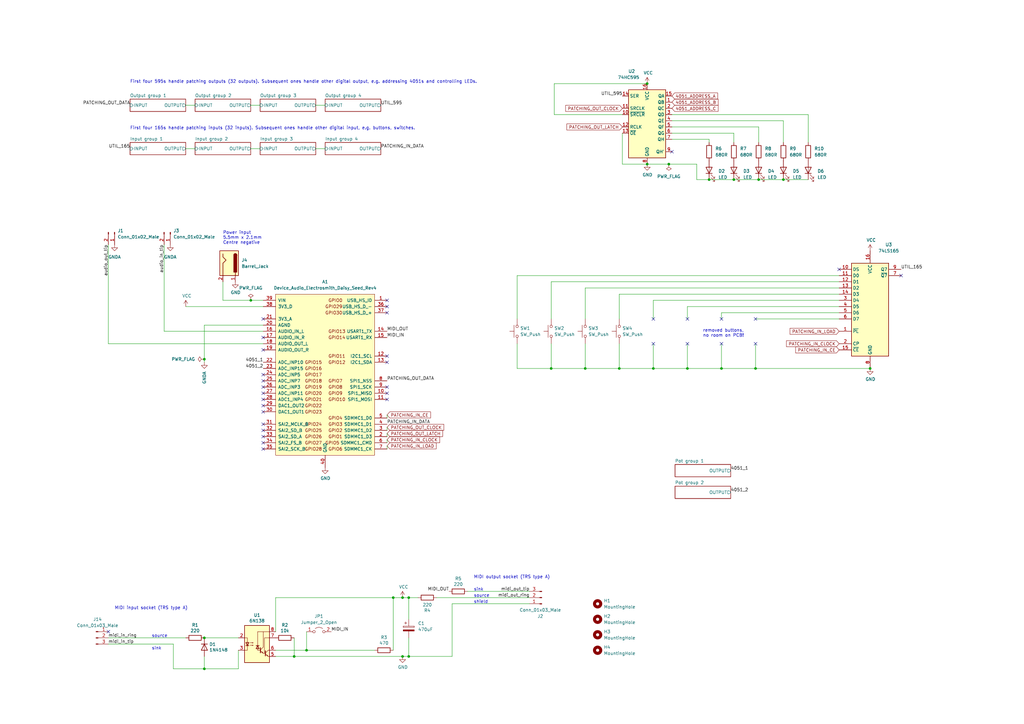
<source format=kicad_sch>
(kicad_sch (version 20211123) (generator eeschema)
  (paper "A3")
  (lib_symbols
    (symbol "74xx:74HC595"
      (property "Reference" "U" (at -7.62 13.97 0))
      (property "Value" "74HC595" (at -7.62 -16.51 0))
      (symbol "74HC595_1_0"
        (pin tri_state line (at 10.16 7.62 180) (length 2.54) (name "QB") (number "1"))
        (pin input line (at -10.16 2.54 0) (length 2.54) (name "~{SRCLR}") (number "10"))
        (pin input line (at -10.16 5.08 0) (length 2.54) (name "SRCLK") (number "11"))
        (pin input line (at -10.16 -2.54 0) (length 2.54) (name "RCLK") (number "12"))
        (pin input line (at -10.16 -5.08 0) (length 2.54) (name "~{OE}") (number "13"))
        (pin input line (at -10.16 10.16 0) (length 2.54) (name "SER") (number "14"))
        (pin tri_state line (at 10.16 10.16 180) (length 2.54) (name "QA") (number "15"))
        (pin power_in line (at 0 15.24 270) (length 2.54) (name "VCC") (number "16"))
        (pin tri_state line (at 10.16 5.08 180) (length 2.54) (name "QC") (number "2"))
        (pin tri_state line (at 10.16 2.54 180) (length 2.54) (name "QD") (number "3"))
        (pin tri_state line (at 10.16 0 180) (length 2.54) (name "QE") (number "4"))
        (pin tri_state line (at 10.16 -2.54 180) (length 2.54) (name "QF") (number "5"))
        (pin tri_state line (at 10.16 -5.08 180) (length 2.54) (name "QG") (number "6"))
        (pin tri_state line (at 10.16 -7.62 180) (length 2.54) (name "QH") (number "7"))
        (pin power_in line (at 0 -17.78 90) (length 2.54) (name "GND") (number "8"))
        (pin output line (at 10.16 -12.7 180) (length 2.54) (name "QH'") (number "9"))
      )
      (symbol "74HC595_1_1"
        (rectangle (start -7.62 12.7) (end 7.62 -15.24) (stroke (width 0.254)) (fill (type background)))
      )
    )
    (symbol "74xx:74LS165"
      (property "Reference" "U" (at -7.62 19.05 0))
      (property "Value" "74LS165" (at -7.62 -21.59 0))
      (symbol "74LS165_1_0"
        (pin input line (at -12.7 -10.16 0) (length 5.08) (name "~{PL}") (number "1"))
        (pin input line (at -12.7 15.24 0) (length 5.08) (name "DS") (number "10"))
        (pin input line (at -12.7 12.7 0) (length 5.08) (name "D0") (number "11"))
        (pin input line (at -12.7 10.16 0) (length 5.08) (name "D1") (number "12"))
        (pin input line (at -12.7 7.62 0) (length 5.08) (name "D2") (number "13"))
        (pin input line (at -12.7 5.08 0) (length 5.08) (name "D3") (number "14"))
        (pin input line (at -12.7 -17.78 0) (length 5.08) (name "~{CE}") (number "15"))
        (pin power_in line (at 0 22.86 270) (length 5.08) (name "VCC") (number "16"))
        (pin input line (at -12.7 -15.24 0) (length 5.08) (name "CP") (number "2"))
        (pin input line (at -12.7 2.54 0) (length 5.08) (name "D4") (number "3"))
        (pin input line (at -12.7 0 0) (length 5.08) (name "D5") (number "4"))
        (pin input line (at -12.7 -2.54 0) (length 5.08) (name "D6") (number "5"))
        (pin input line (at -12.7 -5.08 0) (length 5.08) (name "D7") (number "6"))
        (pin output line (at 12.7 12.7 180) (length 5.08) (name "~{Q7}") (number "7"))
        (pin power_in line (at 0 -25.4 90) (length 5.08) (name "GND") (number "8"))
        (pin output line (at 12.7 15.24 180) (length 5.08) (name "Q7") (number "9"))
      )
      (symbol "74LS165_1_1"
        (rectangle (start -7.62 17.78) (end 7.62 -20.32) (stroke (width 0.254)) (fill (type background)))
      )
    )
    (symbol "Connector:Barrel_Jack" (pin_names (offset 1.016))
      (property "Reference" "J" (at 0 5.334 0))
      (property "Value" "Barrel_Jack" (at 0 -5.08 0))
      (symbol "Barrel_Jack_0_1"
        (rectangle (start -5.08 3.81) (end 5.08 -3.81) (stroke (width 0.254)) (fill (type background)))
        (arc (start -3.302 3.175) (mid -3.937 2.54) (end -3.302 1.905) (stroke (width 0.254)))
        (arc (start -3.302 3.175) (mid -3.937 2.54) (end -3.302 1.905) (stroke (width 0.254)) (fill (type outline)))
        (polyline (pts (xy 5.08 2.54) (xy 3.81 2.54)) (stroke (width 0.254)))
        (polyline (pts (xy -3.81 -2.54) (xy -2.54 -2.54) (xy -1.27 -1.27) (xy 0 -2.54) (xy 2.54 -2.54) (xy 5.08 -2.54)) (stroke (width 0.254)))
        (rectangle (start 3.683 3.175) (end -3.302 1.905) (stroke (width 0.254)) (fill (type outline)))
      )
      (symbol "Barrel_Jack_1_1"
        (pin passive line (at 7.62 2.54 180) (length 2.54) (name "~") (number "1"))
        (pin passive line (at 7.62 -2.54 180) (length 2.54) (name "~") (number "2"))
      )
    )
    (symbol "Connector:Conn_01x02_Male" (pin_names (offset 1.016) hide)
      (property "Reference" "J" (at 0 2.54 0))
      (property "Value" "Conn_01x02_Male" (at 0 -5.08 0))
      (symbol "Conn_01x02_Male_1_1"
        (polyline (pts (xy 1.27 -2.54) (xy 0.8636 -2.54)) (stroke (width 0.1524)))
        (polyline (pts (xy 1.27 0) (xy 0.8636 0)) (stroke (width 0.1524)))
        (rectangle (start 0.8636 -2.413) (end 0 -2.667) (stroke (width 0.1524)) (fill (type outline)))
        (rectangle (start 0.8636 0.127) (end 0 -0.127) (stroke (width 0.1524)) (fill (type outline)))
        (pin passive line (at 5.08 0 180) (length 3.81) (name "Pin_1") (number "1"))
        (pin passive line (at 5.08 -2.54 180) (length 3.81) (name "Pin_2") (number "2"))
      )
    )
    (symbol "Connector:Conn_01x03_Male" (pin_names (offset 1.016) hide)
      (property "Reference" "J" (at 0 5.08 0))
      (property "Value" "Conn_01x03_Male" (at 0 -5.08 0))
      (symbol "Conn_01x03_Male_1_1"
        (polyline (pts (xy 1.27 -2.54) (xy 0.8636 -2.54)) (stroke (width 0.1524)))
        (polyline (pts (xy 1.27 0) (xy 0.8636 0)) (stroke (width 0.1524)))
        (polyline (pts (xy 1.27 2.54) (xy 0.8636 2.54)) (stroke (width 0.1524)))
        (rectangle (start 0.8636 -2.413) (end 0 -2.667) (stroke (width 0.1524)) (fill (type outline)))
        (rectangle (start 0.8636 0.127) (end 0 -0.127) (stroke (width 0.1524)) (fill (type outline)))
        (rectangle (start 0.8636 2.667) (end 0 2.413) (stroke (width 0.1524)) (fill (type outline)))
        (pin passive line (at 5.08 2.54 180) (length 3.81) (name "Pin_1") (number "1"))
        (pin passive line (at 5.08 0 180) (length 3.81) (name "Pin_2") (number "2"))
        (pin passive line (at 5.08 -2.54 180) (length 3.81) (name "Pin_3") (number "3"))
      )
    )
    (symbol "Device:C_Polarized" (pin_numbers hide) (pin_names (offset 0.254))
      (property "Reference" "C" (at 0.635 2.54 0))
      (property "Value" "C_Polarized" (at 0.635 -2.54 0))
      (symbol "C_Polarized_0_1"
        (rectangle (start -2.286 0.508) (end 2.286 1.016))
        (polyline (pts (xy -1.778 2.286) (xy -0.762 2.286)))
        (polyline (pts (xy -1.27 2.794) (xy -1.27 1.778)))
        (rectangle (start 2.286 -0.508) (end -2.286 -1.016) (fill (type outline)))
      )
      (symbol "C_Polarized_1_1"
        (pin passive line (at 0 3.81 270) (length 2.794) (name "~") (number "1"))
        (pin passive line (at 0 -3.81 90) (length 2.794) (name "~") (number "2"))
      )
    )
    (symbol "Device:LED" (pin_numbers hide) (pin_names (offset 1.016) hide)
      (property "Reference" "D" (at 0 2.54 0))
      (property "Value" "LED" (at 0 -2.54 0))
      (symbol "LED_0_1"
        (polyline (pts (xy -1.27 -1.27) (xy -1.27 1.27)) (stroke (width 0.254)))
        (polyline (pts (xy -1.27 0) (xy 1.27 0)))
        (polyline (pts (xy 1.27 -1.27) (xy 1.27 1.27) (xy -1.27 0) (xy 1.27 -1.27)) (stroke (width 0.254)))
        (polyline (pts (xy -3.048 -0.762) (xy -4.572 -2.286) (xy -3.81 -2.286) (xy -4.572 -2.286) (xy -4.572 -1.524)))
        (polyline (pts (xy -1.778 -0.762) (xy -3.302 -2.286) (xy -2.54 -2.286) (xy -3.302 -2.286) (xy -3.302 -1.524)))
      )
      (symbol "LED_1_1"
        (pin passive line (at -3.81 0 0) (length 2.54) (name "K") (number "1"))
        (pin passive line (at 3.81 0 180) (length 2.54) (name "A") (number "2"))
      )
    )
    (symbol "Device:R" (pin_numbers hide) (pin_names (offset 0))
      (property "Reference" "R" (at 2.032 0 90))
      (property "Value" "R" (at 0 0 90))
      (symbol "R_0_1"
        (rectangle (start -1.016 -2.54) (end 1.016 2.54) (stroke (width 0.254)))
      )
      (symbol "R_1_1"
        (pin passive line (at 0 3.81 270) (length 1.27) (name "~") (number "1"))
        (pin passive line (at 0 -3.81 90) (length 1.27) (name "~") (number "2"))
      )
    )
    (symbol "Device_Audio_Electrosmith_Daisy_Seed:Device_Audio_Electrosmith_Daisy_Seed_Rev4" (pin_names (offset 1.016))
      (property "Reference" "A" (at -20.32 34.29 0))
      (property "Value" "Device_Audio_Electrosmith_Daisy_Seed_Rev4" (at 20.32 36.83 0))
      (symbol "Device_Audio_Electrosmith_Daisy_Seed_Rev4_0_0"
        (text "GPIO0" (at 1.27 30.48 0) (effects (font (size 1.27 1.27)) (justify left)))
        (text "GPIO1" (at 1.27 -25.4 0) (effects (font (size 1.27 1.27)) (justify left)))
        (text "GPIO10" (at 1.27 -10.16 0) (effects (font (size 1.27 1.27)) (justify left)))
        (text "GPIO11" (at 1.27 7.62 0) (effects (font (size 1.27 1.27)) (justify left)))
        (text "GPIO12" (at 1.27 5.08 0) (effects (font (size 1.27 1.27)) (justify left)))
        (text "GPIO13" (at 1.27 17.78 0) (effects (font (size 1.27 1.27)) (justify left)))
        (text "GPIO14" (at 1.27 15.24 0) (effects (font (size 1.27 1.27)) (justify left)))
        (text "GPIO15" (at -1.27 5.08 0) (effects (font (size 1.27 1.27)) (justify right)))
        (text "GPIO16" (at -1.27 2.54 0) (effects (font (size 1.27 1.27)) (justify right)))
        (text "GPIO17" (at -1.27 0 0) (effects (font (size 1.27 1.27)) (justify right)))
        (text "GPIO18" (at -1.27 -2.54 0) (effects (font (size 1.27 1.27)) (justify right)))
        (text "GPIO19" (at -1.27 -5.08 0) (effects (font (size 1.27 1.27)) (justify right)))
        (text "GPIO2" (at 1.27 -22.86 0) (effects (font (size 1.27 1.27)) (justify left)))
        (text "GPIO20" (at -1.27 -7.62 0) (effects (font (size 1.27 1.27)) (justify right)))
        (text "GPIO21" (at -1.27 -10.16 0) (effects (font (size 1.27 1.27)) (justify right)))
        (text "GPIO22" (at -1.27 -12.7 0) (effects (font (size 1.27 1.27)) (justify right)))
        (text "GPIO23" (at -1.27 -15.24 0) (effects (font (size 1.27 1.27)) (justify right)))
        (text "GPIO24" (at -1.27 -20.32 0) (effects (font (size 1.27 1.27)) (justify right)))
        (text "GPIO25" (at -1.27 -22.86 0) (effects (font (size 1.27 1.27)) (justify right)))
        (text "GPIO26" (at -1.27 -25.4 0) (effects (font (size 1.27 1.27)) (justify right)))
        (text "GPIO27" (at -1.27 -27.94 0) (effects (font (size 1.27 1.27)) (justify right)))
        (text "GPIO28" (at -1.27 -30.48 0) (effects (font (size 1.27 1.27)) (justify right)))
        (text "GPIO29" (at 0 27.94 0) (effects (font (size 1.27 1.27)) (justify left)))
        (text "GPIO3" (at 1.27 -20.32 0) (effects (font (size 1.27 1.27)) (justify left)))
        (text "GPIO30" (at 0 25.4 0) (effects (font (size 1.27 1.27)) (justify left)))
        (text "GPIO4" (at 1.27 -17.78 0) (effects (font (size 1.27 1.27)) (justify left)))
        (text "GPIO5" (at 0 -27.94 0) (effects (font (size 1.27 1.27)) (justify left)))
        (text "GPIO6" (at 1.27 -30.48 0) (effects (font (size 1.27 1.27)) (justify left)))
        (text "GPIO7" (at 1.27 -2.54 0) (effects (font (size 1.27 1.27)) (justify left)))
        (text "GPIO8" (at 1.27 -5.08 0) (effects (font (size 1.27 1.27)) (justify left)))
        (text "GPIO9" (at 1.27 -7.62 0) (effects (font (size 1.27 1.27)) (justify left)))
        (pin bidirectional line (at 25.4 30.48 180) (length 5.08) (name "USB_HS_ID") (number "1"))
        (pin bidirectional line (at 25.4 -7.62 180) (length 5.08) (name "SPI1_MISO") (number "10"))
        (pin bidirectional line (at 25.4 -10.16 180) (length 5.08) (name "SPI1_MOSI") (number "11"))
        (pin bidirectional line (at 25.4 7.62 180) (length 5.08) (name "I2C1_SCL") (number "12"))
        (pin bidirectional line (at 25.4 5.08 180) (length 5.08) (name "I2C1_SDA") (number "13"))
        (pin bidirectional line (at 25.4 17.78 180) (length 5.08) (name "USART1_TX") (number "14"))
        (pin bidirectional line (at 25.4 15.24 180) (length 5.08) (name "USART1_RX") (number "15"))
        (pin input line (at -25.4 17.78 0) (length 5.08) (name "AUDIO_IN_L") (number "16"))
        (pin input line (at -25.4 15.24 0) (length 5.08) (name "AUDIO_IN_R") (number "17"))
        (pin output line (at -25.4 12.7 0) (length 5.08) (name "AUDIO_OUT_L") (number "18"))
        (pin output line (at -25.4 10.16 0) (length 5.08) (name "AUDIO_OUT_R") (number "19"))
        (pin bidirectional line (at 25.4 -25.4 180) (length 5.08) (name "SDMMC1_D3") (number "2"))
        (pin passive line (at -25.4 20.32 0) (length 5.08) (name "AGND") (number "20"))
        (pin power_out line (at -25.4 22.86 0) (length 5.08) (name "3V3_A") (number "21"))
        (pin bidirectional line (at -25.4 5.08 0) (length 5.08) (name "ADC_INP10") (number "22"))
        (pin bidirectional line (at -25.4 2.54 0) (length 5.08) (name "ADC_INP15") (number "23"))
        (pin bidirectional line (at -25.4 0 0) (length 5.08) (name "ADC_INP5") (number "24"))
        (pin bidirectional line (at -25.4 -2.54 0) (length 5.08) (name "ADC_INP7") (number "25"))
        (pin bidirectional line (at -25.4 -5.08 0) (length 5.08) (name "ADC_INP3") (number "26"))
        (pin bidirectional line (at -25.4 -7.62 0) (length 5.08) (name "ADC_INP11") (number "27"))
        (pin bidirectional line (at -25.4 -10.16 0) (length 5.08) (name "ADC1_INP4") (number "28"))
        (pin bidirectional line (at -25.4 -12.7 0) (length 5.08) (name "DAC1_OUT2") (number "29"))
        (pin bidirectional line (at 25.4 -22.86 180) (length 5.08) (name "SDMMC1_D2") (number "3"))
        (pin bidirectional line (at -25.4 -15.24 0) (length 5.08) (name "DAC1_OUT1") (number "30"))
        (pin bidirectional line (at -25.4 -20.32 0) (length 5.08) (name "SAI2_MCLK_B") (number "31"))
        (pin bidirectional line (at -25.4 -22.86 0) (length 5.08) (name "SAI2_SD_B") (number "32"))
        (pin bidirectional line (at -25.4 -25.4 0) (length 5.08) (name "SAI2_SD_A") (number "33"))
        (pin bidirectional line (at -25.4 -27.94 0) (length 5.08) (name "SAI2_FS_B") (number "34"))
        (pin bidirectional line (at -25.4 -30.48 0) (length 5.08) (name "SAI2_SCK_B") (number "35"))
        (pin bidirectional line (at 25.4 27.94 180) (length 5.08) (name "USB_HS_D_-") (number "36"))
        (pin bidirectional line (at 25.4 25.4 180) (length 5.08) (name "USB_HS_D_+") (number "37"))
        (pin power_out line (at -25.4 27.94 0) (length 5.08) (name "3V3_D") (number "38"))
        (pin power_in line (at -25.4 30.48 0) (length 5.08) (name "VIN") (number "39"))
        (pin bidirectional line (at 25.4 -20.32 180) (length 5.08) (name "SDMMC1_D1") (number "4"))
        (pin passive line (at 0 -38.1 90) (length 5.08) (name "GND") (number "40"))
        (pin bidirectional line (at 25.4 -17.78 180) (length 5.08) (name "SDMMC1_D0") (number "5"))
        (pin bidirectional line (at 25.4 -27.94 180) (length 5.08) (name "SDMMC1_CMD") (number "6"))
        (pin bidirectional line (at 25.4 -30.48 180) (length 5.08) (name "SDMMC1_CK") (number "7"))
        (pin bidirectional line (at 25.4 -2.54 180) (length 5.08) (name "SPI1_NSS") (number "8"))
        (pin bidirectional line (at 25.4 -5.08 180) (length 5.08) (name "SPI1_SCK") (number "9"))
      )
      (symbol "Device_Audio_Electrosmith_Daisy_Seed_Rev4_0_1"
        (rectangle (start -20.32 33.02) (end 20.32 -33.02) (fill (type background)))
      )
    )
    (symbol "Diode:1N4148" (pin_numbers hide) (pin_names (offset 1.016) hide)
      (property "Reference" "D" (at 0 2.54 0))
      (property "Value" "1N4148" (at 0 -2.54 0))
      (symbol "1N4148_0_1"
        (polyline (pts (xy -1.27 1.27) (xy -1.27 -1.27)) (stroke (width 0.254)))
        (polyline (pts (xy 1.27 0) (xy -1.27 0)))
        (polyline (pts (xy 1.27 1.27) (xy 1.27 -1.27) (xy -1.27 0) (xy 1.27 1.27)) (stroke (width 0.254)))
      )
      (symbol "1N4148_1_1"
        (pin passive line (at -3.81 0 0) (length 2.54) (name "K") (number "1"))
        (pin passive line (at 3.81 0 180) (length 2.54) (name "A") (number "2"))
      )
    )
    (symbol "Isolator:6N138" (pin_names (offset 1.016) hide)
      (property "Reference" "U" (at -4.064 8.89 0))
      (property "Value" "6N138" (at 2.286 8.89 0))
      (symbol "6N138_0_1"
        (rectangle (start -5.08 7.62) (end 5.08 -7.62) (stroke (width 0.254)) (fill (type background)))
        (polyline (pts (xy -4.572 -0.635) (xy -3.302 -0.635)) (stroke (width 0.254)))
        (polyline (pts (xy 0.889 -0.635) (xy -0.381 -0.635)) (stroke (width 0.254)))
        (polyline (pts (xy 1.397 -2.667) (xy 2.54 -3.81)))
        (polyline (pts (xy 1.397 -2.413) (xy 2.54 -1.27)))
        (polyline (pts (xy 2.54 -3.81) (xy 3.175 -3.81)))
        (polyline (pts (xy 3.429 -3.937) (xy 4.572 -5.08)))
        (polyline (pts (xy 3.429 -3.683) (xy 4.572 -2.54)))
        (polyline (pts (xy 4.572 -5.08) (xy 5.08 -5.08)))
        (polyline (pts (xy 4.572 -2.54) (xy 5.08 -2.54)))
        (polyline (pts (xy 1.397 -1.524) (xy 1.397 -3.556) (xy 1.397 -3.556)) (stroke (width 0.3556)))
        (polyline (pts (xy 2.54 -1.27) (xy 2.54 5.08) (xy 5.08 5.08)))
        (polyline (pts (xy 3.429 -2.794) (xy 3.429 -4.826) (xy 3.429 -4.826)) (stroke (width 0.3556)))
        (polyline (pts (xy 5.08 2.54) (xy 3.048 2.54) (xy 3.048 -3.81)))
        (polyline (pts (xy -5.08 -2.54) (xy -3.937 -2.54) (xy -3.937 2.54) (xy -5.08 2.54)))
        (polyline (pts (xy -3.937 -0.635) (xy -4.572 0.635) (xy -3.302 0.635) (xy -3.937 -0.635)) (stroke (width 0.254)))
        (polyline (pts (xy 0.254 -0.635) (xy 0.889 -1.905) (xy -0.381 -1.905) (xy 0.254 -0.635)) (stroke (width 0.254)))
        (polyline (pts (xy 1.27 -2.54) (xy 0.254 -2.54) (xy 0.254 5.08) (xy 2.54 5.08)))
        (polyline (pts (xy 2.413 -3.683) (xy 2.159 -3.175) (xy 1.905 -3.429) (xy 2.413 -3.683)))
        (polyline (pts (xy 4.445 -4.953) (xy 4.191 -4.445) (xy 3.937 -4.699) (xy 4.445 -4.953)))
        (polyline (pts (xy -2.794 -0.508) (xy -1.524 -0.508) (xy -1.905 -0.635) (xy -1.905 -0.381) (xy -1.524 -0.508)))
        (polyline (pts (xy -2.794 0.508) (xy -1.524 0.508) (xy -1.905 0.381) (xy -1.905 0.635) (xy -1.524 0.508)))
      )
      (symbol "6N138_1_1"
        (pin no_connect line (at -5.08 5.08 0) (length 2.54) hide (name "NC") (number "1"))
        (pin passive line (at -7.62 2.54 0) (length 2.54) (name "C1") (number "2"))
        (pin passive line (at -7.62 -2.54 0) (length 2.54) (name "C2") (number "3"))
        (pin no_connect line (at -5.08 -5.08 0) (length 2.54) hide (name "NC") (number "4"))
        (pin passive line (at 7.62 -5.08 180) (length 2.54) (name "GND") (number "5"))
        (pin passive line (at 7.62 -2.54 180) (length 2.54) (name "VO2") (number "6"))
        (pin passive line (at 7.62 2.54 180) (length 2.54) (name "VO1") (number "7"))
        (pin passive line (at 7.62 5.08 180) (length 2.54) (name "VCC") (number "8"))
      )
    )
    (symbol "Jumper:Jumper_2_Open" (pin_names (offset 0) hide)
      (property "Reference" "JP" (at 0 2.794 0))
      (property "Value" "Jumper_2_Open" (at 0 -2.286 0))
      (symbol "Jumper_2_Open_0_0"
        (circle (center -2.032 0) (radius 0.508))
        (circle (center 2.032 0) (radius 0.508))
      )
      (symbol "Jumper_2_Open_0_1"
        (arc (start 1.524 1.27) (mid 0 1.778) (end -1.524 1.27))
      )
      (symbol "Jumper_2_Open_1_1"
        (pin passive line (at -5.08 0 0) (length 2.54) (name "A") (number "1"))
        (pin passive line (at 5.08 0 180) (length 2.54) (name "B") (number "2"))
      )
    )
    (symbol "Mechanical:MountingHole" (pin_names (offset 1.016))
      (property "Reference" "H" (at 0 5.08 0))
      (property "Value" "MountingHole" (at 0 3.175 0))
      (symbol "MountingHole_0_1"
        (circle (center 0 0) (radius 1.27) (stroke (width 1.27)))
      )
    )
    (symbol "Switch:SW_Push" (pin_numbers hide) (pin_names (offset 1.016) hide)
      (property "Reference" "SW" (at 1.27 2.54 0))
      (property "Value" "SW_Push" (at 0 -1.524 0))
      (symbol "SW_Push_0_1"
        (circle (center -2.032 0) (radius 0.508))
        (polyline (pts (xy 0 1.27) (xy 0 3.048)))
        (polyline (pts (xy 2.54 1.27) (xy -2.54 1.27)))
        (circle (center 2.032 0) (radius 0.508))
        (pin passive line (at -5.08 0 0) (length 2.54) (name "1") (number "1"))
        (pin passive line (at 5.08 0 180) (length 2.54) (name "2") (number "2"))
      )
    )
    (symbol "power:GND" (power) (pin_names (offset 0))
      (property "Value" "GND" (at 0 -3.81 0))
      (symbol "GND_0_1"
        (polyline (pts (xy 0 0) (xy 0 -1.27) (xy 1.27 -1.27) (xy 0 -2.54) (xy -1.27 -1.27) (xy 0 -1.27)))
      )
      (symbol "GND_1_1"
        (pin power_in line (at 0 0 270) (length 0) hide (name "GND") (number "1"))
      )
    )
    (symbol "power:GNDA" (power) (pin_names (offset 0))
      (property "Value" "GNDA" (at 0 -3.81 0))
      (symbol "GNDA_0_1"
        (polyline (pts (xy 0 0) (xy 0 -1.27) (xy 1.27 -1.27) (xy 0 -2.54) (xy -1.27 -1.27) (xy 0 -1.27)))
      )
      (symbol "GNDA_1_1"
        (pin power_in line (at 0 0 270) (length 0) hide (name "GNDA") (number "1"))
      )
    )
    (symbol "power:PWR_FLAG" (power) (pin_numbers hide) (pin_names (offset 0) hide)
      (property "Value" "PWR_FLAG" (at 0 3.81 0))
      (symbol "PWR_FLAG_0_0"
        (pin power_out line (at 0 0 90) (length 0) (name "pwr") (number "1"))
      )
      (symbol "PWR_FLAG_0_1"
        (polyline (pts (xy 0 0) (xy 0 1.27) (xy -1.016 1.905) (xy 0 2.54) (xy 1.016 1.905) (xy 0 1.27)))
      )
    )
    (symbol "power:VCC" (power) (pin_names (offset 0))
      (property "Value" "VCC" (at 0 3.81 0))
      (symbol "VCC_0_1"
        (polyline (pts (xy -0.762 1.27) (xy 0 2.54)))
        (polyline (pts (xy 0 0) (xy 0 2.54)))
        (polyline (pts (xy 0 2.54) (xy 0.762 1.27)))
      )
      (symbol "VCC_1_1"
        (pin power_in line (at 0 0 90) (length 0) hide (name "VCC") (number "1"))
      )
    )
  )
  (junction (at 240.03 151.13))
  (junction (at 83.82 261.62))
  (junction (at 309.88 151.13))
  (junction (at 165.1 269.24))
  (junction (at 226.06 151.13))
  (junction (at 167.64 269.24))
  (junction (at 83.82 147.32))
  (junction (at 267.97 151.13))
  (junction (at 321.31 73.66))
  (junction (at 274.32 67.31))
  (junction (at 265.43 67.31))
  (junction (at 265.43 34.29))
  (junction (at 102.87 123.19))
  (junction (at 83.82 274.32))
  (junction (at 161.29 245.11))
  (junction (at 290.83 73.66))
  (junction (at 281.94 151.13))
  (junction (at 311.15 73.66))
  (junction (at 167.64 245.11))
  (junction (at 295.91 151.13))
  (junction (at 125.73 266.7))
  (junction (at 356.87 151.13))
  (junction (at 254 151.13))
  (junction (at 165.1 245.11))
  (junction (at 300.99 73.66))
  (junction (at 120.65 269.24))
  (no_connect (at 267.97 140.97))
  (no_connect (at 267.97 130.81))
  (no_connect (at 369.57 113.03))
  (no_connect (at 344.17 110.49))
  (no_connect (at 107.95 143.51))
  (no_connect (at 107.95 138.43))
  (no_connect (at 275.59 62.23))
  (no_connect (at 107.95 130.81))
  (no_connect (at 158.75 158.75))
  (no_connect (at 158.75 163.83))
  (no_connect (at 158.75 161.29))
  (no_connect (at 158.75 123.19))
  (no_connect (at 158.75 125.73))
  (no_connect (at 158.75 128.27))
  (no_connect (at 107.95 158.75))
  (no_connect (at 107.95 168.91))
  (no_connect (at 107.95 166.37))
  (no_connect (at 107.95 163.83))
  (no_connect (at 107.95 161.29))
  (no_connect (at 107.95 156.21))
  (no_connect (at 107.95 181.61))
  (no_connect (at 107.95 179.07))
  (no_connect (at 107.95 184.15))
  (no_connect (at 107.95 176.53))
  (no_connect (at 107.95 173.99))
  (no_connect (at 158.75 148.59))
  (no_connect (at 158.75 146.05))
  (no_connect (at 107.95 153.67))
  (no_connect (at 44.45 259.08))
  (no_connect (at 281.94 140.97))
  (no_connect (at 295.91 140.97))
  (no_connect (at 309.88 140.97))
  (no_connect (at 309.88 130.81))
  (no_connect (at 295.91 130.81))
  (no_connect (at 281.94 130.81))
  (wire (pts (xy 76.2 60.96) (xy 80.01 60.96)))
  (wire (pts (xy 254 140.97) (xy 254 151.13)))
  (wire (pts (xy 274.32 67.31) (xy 285.75 67.31)))
  (wire (pts (xy 107.95 133.35) (xy 83.82 133.35)))
  (wire (pts (xy 113.03 245.11) (xy 161.29 245.11)))
  (wire (pts (xy 344.17 113.03) (xy 212.09 113.03)))
  (wire (pts (xy 129.54 60.96) (xy 133.35 60.96)))
  (wire (pts (xy 97.79 274.32) (xy 83.82 274.32)))
  (wire (pts (xy 158.75 177.8) (xy 158.75 179.07)))
  (wire (pts (xy 226.06 151.13) (xy 240.03 151.13)))
  (wire (pts (xy 165.1 269.24) (xy 167.64 269.24)))
  (wire (pts (xy 295.91 140.97) (xy 295.91 151.13)))
  (wire (pts (xy 91.44 123.19) (xy 102.87 123.19)))
  (wire (pts (xy 275.59 49.53) (xy 321.31 49.53)))
  (wire (pts (xy 344.17 118.11) (xy 240.03 118.11)))
  (wire (pts (xy 227.33 46.99) (xy 227.33 34.29)))
  (wire (pts (xy 290.83 73.66) (xy 300.99 73.66)))
  (wire (pts (xy 167.64 254) (xy 167.64 245.11)))
  (wire (pts (xy 281.94 140.97) (xy 281.94 151.13)))
  (wire (pts (xy 185.42 247.65) (xy 217.17 247.65)))
  (wire (pts (xy 275.59 57.15) (xy 290.83 57.15)))
  (wire (pts (xy 67.31 100.33) (xy 67.31 135.89)))
  (wire (pts (xy 254 120.65) (xy 254 130.81)))
  (wire (pts (xy 267.97 123.19) (xy 267.97 130.81)))
  (wire (pts (xy 226.06 140.97) (xy 226.06 151.13)))
  (wire (pts (xy 165.1 245.11) (xy 167.64 245.11)))
  (wire (pts (xy 167.64 245.11) (xy 171.45 245.11)))
  (wire (pts (xy 255.27 67.31) (xy 265.43 67.31)))
  (wire (pts (xy 44.45 264.16) (xy 71.12 264.16)))
  (wire (pts (xy 120.65 269.24) (xy 165.1 269.24)))
  (wire (pts (xy 275.59 54.61) (xy 300.99 54.61)))
  (wire (pts (xy 76.2 125.73) (xy 107.95 125.73)))
  (wire (pts (xy 158.75 182.88) (xy 158.75 184.15)))
  (wire (pts (xy 83.82 274.32) (xy 83.82 269.24)))
  (wire (pts (xy 120.65 261.62) (xy 120.65 269.24)))
  (wire (pts (xy 240.03 151.13) (xy 254 151.13)))
  (wire (pts (xy 227.33 34.29) (xy 265.43 34.29)))
  (wire (pts (xy 44.45 140.97) (xy 107.95 140.97)))
  (wire (pts (xy 113.03 269.24) (xy 120.65 269.24)))
  (wire (pts (xy 185.42 247.65) (xy 185.42 269.24)))
  (wire (pts (xy 311.15 52.07) (xy 311.15 58.42)))
  (wire (pts (xy 102.87 60.96) (xy 106.68 60.96)))
  (wire (pts (xy 212.09 151.13) (xy 226.06 151.13)))
  (wire (pts (xy 191.77 242.57) (xy 217.17 242.57)))
  (wire (pts (xy 44.45 261.62) (xy 76.2 261.62)))
  (wire (pts (xy 76.2 43.18) (xy 80.01 43.18)))
  (wire (pts (xy 102.87 43.18) (xy 106.68 43.18)))
  (wire (pts (xy 281.94 125.73) (xy 281.94 130.81)))
  (wire (pts (xy 226.06 115.57) (xy 226.06 130.81)))
  (wire (pts (xy 71.12 274.32) (xy 71.12 264.16)))
  (wire (pts (xy 129.54 43.18) (xy 133.35 43.18)))
  (wire (pts (xy 125.73 266.7) (xy 153.67 266.7)))
  (wire (pts (xy 295.91 151.13) (xy 309.88 151.13)))
  (wire (pts (xy 344.17 115.57) (xy 226.06 115.57)))
  (wire (pts (xy 83.82 147.32) (xy 83.82 148.59)))
  (wire (pts (xy 300.99 73.66) (xy 311.15 73.66)))
  (wire (pts (xy 300.99 54.61) (xy 300.99 58.42)))
  (wire (pts (xy 321.31 49.53) (xy 321.31 58.42)))
  (wire (pts (xy 91.44 123.19) (xy 91.44 115.57)))
  (wire (pts (xy 125.73 259.08) (xy 125.73 266.7)))
  (wire (pts (xy 254 151.13) (xy 267.97 151.13)))
  (wire (pts (xy 321.31 73.66) (xy 331.47 73.66)))
  (wire (pts (xy 179.07 245.11) (xy 217.17 245.11)))
  (wire (pts (xy 290.83 57.15) (xy 290.83 58.42)))
  (wire (pts (xy 83.82 274.32) (xy 71.12 274.32)))
  (wire (pts (xy 158.75 170.18) (xy 158.75 171.45)))
  (wire (pts (xy 267.97 140.97) (xy 267.97 151.13)))
  (wire (pts (xy 161.29 245.11) (xy 165.1 245.11)))
  (wire (pts (xy 344.17 123.19) (xy 267.97 123.19)))
  (wire (pts (xy 240.03 140.97) (xy 240.03 151.13)))
  (wire (pts (xy 161.29 266.7) (xy 161.29 245.11)))
  (wire (pts (xy 240.03 118.11) (xy 240.03 130.81)))
  (wire (pts (xy 67.31 135.89) (xy 107.95 135.89)))
  (wire (pts (xy 83.82 133.35) (xy 83.82 147.32)))
  (wire (pts (xy 255.27 54.61) (xy 255.27 67.31)))
  (wire (pts (xy 97.79 266.7) (xy 97.79 274.32)))
  (wire (pts (xy 344.17 120.65) (xy 254 120.65)))
  (wire (pts (xy 285.75 67.31) (xy 285.75 73.66)))
  (wire (pts (xy 44.45 100.33) (xy 44.45 140.97)))
  (wire (pts (xy 309.88 130.81) (xy 344.17 130.81)))
  (wire (pts (xy 158.75 175.26) (xy 158.75 176.53)))
  (wire (pts (xy 212.09 113.03) (xy 212.09 130.81)))
  (wire (pts (xy 275.59 52.07) (xy 311.15 52.07)))
  (wire (pts (xy 309.88 140.97) (xy 309.88 151.13)))
  (wire (pts (xy 227.33 46.99) (xy 255.27 46.99)))
  (wire (pts (xy 295.91 128.27) (xy 295.91 130.81)))
  (wire (pts (xy 83.82 261.62) (xy 97.79 261.62)))
  (wire (pts (xy 113.03 259.08) (xy 113.03 245.11)))
  (wire (pts (xy 331.47 46.99) (xy 331.47 58.42)))
  (wire (pts (xy 275.59 46.99) (xy 331.47 46.99)))
  (wire (pts (xy 265.43 67.31) (xy 274.32 67.31)))
  (wire (pts (xy 309.88 151.13) (xy 356.87 151.13)))
  (wire (pts (xy 158.75 180.34) (xy 158.75 181.61)))
  (wire (pts (xy 267.97 151.13) (xy 281.94 151.13)))
  (wire (pts (xy 113.03 266.7) (xy 125.73 266.7)))
  (wire (pts (xy 344.17 128.27) (xy 295.91 128.27)))
  (wire (pts (xy 281.94 151.13) (xy 295.91 151.13)))
  (wire (pts (xy 212.09 151.13) (xy 212.09 140.97)))
  (wire (pts (xy 285.75 73.66) (xy 290.83 73.66)))
  (wire (pts (xy 102.87 123.19) (xy 107.95 123.19)))
  (wire (pts (xy 167.64 269.24) (xy 185.42 269.24)))
  (wire (pts (xy 311.15 73.66) (xy 321.31 73.66)))
  (wire (pts (xy 167.64 261.62) (xy 167.64 269.24)))
  (wire (pts (xy 344.17 125.73) (xy 281.94 125.73)))
  (text "MIDI input socket (TRS type A)" (at 46.99 250.19 0) (effects (font (size 1.27 1.27)) (justify left bottom)))
  (text "First four 595s handle patching outputs (32 outputs). Subsequent ones handle other digital output, e.g. addressing 4051s and controlling LEDs." (at 53.34 34.29 0) (effects (font (size 1.27 1.27)) (justify left bottom)))
  (text "sink" (at 62.23 266.7 0) (effects (font (size 1.27 1.27)) (justify left bottom)))
  (text "sink" (at 194.31 242.57 0) (effects (font (size 1.27 1.27)) (justify left bottom)))
  (text "shield" (at 194.31 247.65 0) (effects (font (size 1.27 1.27)) (justify left bottom)))
  (text "First four 165s handle patching inputs (32 inputs). Subsequent ones handle other digital input, e.g. buttons, switches." (at 53.34 53.34 0) (effects (font (size 1.27 1.27)) (justify left bottom)))
  (text "source" (at 62.23 261.62 0) (effects (font (size 1.27 1.27)) (justify left bottom)))
  (text "Power input\n5.5mm x 2.1mm\nCentre negative" (at 91.44 100.33 0) (effects (font (size 1.27 1.27)) (justify left bottom)))
  (text "removed buttons,\nno room on PCB!" (at 288.29 138.43 0) (effects (font (size 1.27 1.27)) (justify left bottom)))
  (text "MIDI output socket (TRS type A)" (at 194.31 237.49 0) (effects (font (size 1.27 1.27)) (justify left bottom)))
  (text "source" (at 194.31 245.11 0) (effects (font (size 1.27 1.27)) (justify left bottom)))
  (label "midi_out_ring" (at 217.17 245.11 180))
  (label "4051_1" (at 299.72 193.04 0))
  (label "UTIL_165" (at 369.57 110.49 0))
  (label "PATCHING_OUT_DATA" (at 53.34 43.18 180))
  (label "UTIL_165" (at 53.34 60.96 180))
  (label "MIDI_OUT" (at 158.75 135.89 0))
  (label "4051_2" (at 107.95 151.13 180))
  (label "midi_in_tip" (at 44.45 264.16 0))
  (label "PATCHING_IN_DATA" (at 156.21 60.96 0))
  (label "midi_in_ring" (at 44.45 261.62 0))
  (label "MIDI_OUT" (at 184.15 242.57 180))
  (label "audio_in_tip" (at 67.31 100.33 270))
  (label "audio_out_tip" (at 44.45 100.33 270))
  (label "UTIL_595" (at 255.27 39.37 180))
  (label "midi_out_tip" (at 217.17 242.57 180))
  (label "4051_1" (at 107.95 148.59 180))
  (label "4051_2" (at 299.72 201.93 0))
  (label "UTIL_595" (at 156.21 43.18 0))
  (label "MIDI_IN" (at 158.75 138.43 0))
  (label "PATCHING_IN_DATA" (at 158.75 173.99 0))
  (label "PATCHING_OUT_DATA" (at 158.75 156.21 0))
  (label "MIDI_IN" (at 135.89 259.08 0))
  (global_label "4051_ADDRESS_A" (shape input) (at 275.59 39.37 0) (property "Intersheet References" "${INTERSHEET_REFS}" (effects hide)))
  (global_label "4051_ADDRESS_C" (shape input) (at 275.59 44.45 0) (property "Intersheet References" "${INTERSHEET_REFS}" (effects hide)))
  (global_label "PATCHING_IN_CLOCK" (shape input) (at 158.75 180.34 0) (property "Intersheet References" "${INTERSHEET_REFS}" (effects hide)))
  (global_label "PATCHING_IN_CE" (shape input) (at 158.75 170.18 0) (property "Intersheet References" "${INTERSHEET_REFS}" (effects hide)))
  (global_label "PATCHING_IN_LOAD" (shape input) (at 158.75 182.88 0) (property "Intersheet References" "${INTERSHEET_REFS}" (effects hide)))
  (global_label "PATCHING_IN_CE" (shape input) (at 344.17 143.51 180) (property "Intersheet References" "${INTERSHEET_REFS}" (effects hide)))
  (global_label "PATCHING_OUT_LATCH" (shape input) (at 255.27 52.07 180) (property "Intersheet References" "${INTERSHEET_REFS}" (effects hide)))
  (global_label "PATCHING_IN_CLOCK" (shape input) (at 344.17 140.97 180) (property "Intersheet References" "${INTERSHEET_REFS}" (effects hide)))
  (global_label "PATCHING_OUT_CLOCK" (shape input) (at 158.75 175.26 0) (property "Intersheet References" "${INTERSHEET_REFS}" (effects hide)))
  (global_label "PATCHING_OUT_LATCH" (shape input) (at 158.75 177.8 0) (property "Intersheet References" "${INTERSHEET_REFS}" (effects hide)))
  (global_label "4051_ADDRESS_B" (shape input) (at 275.59 41.91 0) (property "Intersheet References" "${INTERSHEET_REFS}" (effects hide)))
  (global_label "PATCHING_OUT_CLOCK" (shape input) (at 255.27 44.45 180) (property "Intersheet References" "${INTERSHEET_REFS}" (effects hide)))
  (global_label "PATCHING_IN_LOAD" (shape input) (at 344.17 135.89 180) (property "Intersheet References" "${INTERSHEET_REFS}" (effects hide)))
  (symbol (lib_id "74xx:74HC595") (at 265.43 49.53 0) (unit 1)
    (property "Reference" "U2" (at 259.08 29.21 0))
    (property "Value" "74HC595" (at 257.81 31.75 0))
    (property "Footprint" "Package_SO:SOIC-16_3.9x9.9mm_P1.27mm" (effects hide))
    (property "Datasheet" "http://www.ti.com/lit/ds/symlink/sn74hc595.pdf" (effects hide))
  )
  (symbol (lib_id "power:VCC") (at 165.1 245.11 0) (unit 1)
    (property "Reference" "#PWR06" (effects hide))
    (property "Value" "VCC" (at 165.5318 240.7158 0))
  )
  (symbol (lib_id "Switch:SW_Push") (at 254 135.89 90) (unit 1)
    (property "Reference" "SW4" (at 255.27 134.6199 90) (effects (justify right)))
    (property "Value" "SW_Push" (at 255.27 137.1599 90) (effects (justify right)))
    (property "Footprint" "polymodcustom:SW_PUSH-12mm" (effects hide))
  )
  (symbol (lib_id "power:GNDA") (at 83.82 148.59 0) (unit 1)
    (property "Reference" "#PWR04" (effects hide))
    (property "Value" "GNDA" (at 83.82 157.48 90) (effects (justify left)))
  )
  (symbol (lib_id "Mechanical:MountingHole") (at 245.11 254 0) (unit 1)
    (property "Reference" "H2" (at 247.65 252.7299 0) (effects (justify left)))
    (property "Value" "MountingHole" (at 247.65 255.2699 0) (effects (justify left)))
    (property "Footprint" "MountingHole:MountingHole_3.2mm_M3" (effects hide))
  )
  (symbol (lib_id "Switch:SW_Push") (at 212.09 135.89 90) (unit 1)
    (property "Reference" "SW1" (at 213.36 134.6199 90) (effects (justify right)))
    (property "Value" "SW_Push" (at 213.36 137.1599 90) (effects (justify right)))
    (property "Footprint" "polymodcustom:SW_PUSH-12mm" (effects hide))
  )
  (symbol (lib_id "Mechanical:MountingHole") (at 245.11 247.65 0) (unit 1)
    (property "Reference" "H1" (at 247.65 246.3799 0) (effects (justify left)))
    (property "Value" "MountingHole" (at 247.65 248.9199 0) (effects (justify left)))
    (property "Footprint" "MountingHole:MountingHole_3.2mm_M3" (effects hide))
  )
  (symbol (lib_id "Device:R") (at 321.31 62.23 0) (unit 1)
    (property "Reference" "R9" (at 323.85 60.9599 0) (effects (justify left)))
    (property "Value" "680R" (at 323.85 63.4999 0) (effects (justify left)))
    (property "Footprint" "polymodcustom:R_0805_2012Metric" (effects hide))
  )
  (symbol (lib_id "Device:R") (at 116.84 261.62 270) (unit 1)
    (property "Reference" "R2" (at 116.84 256.3622 90))
    (property "Value" "10k" (at 116.84 258.6736 90))
    (property "Footprint" "polymodcustom:R_0805_2012Metric" (effects hide))
  )
  (symbol (lib_id "power:GND") (at 356.87 151.13 0) (unit 1)
    (property "Reference" "#PWR011" (effects hide))
    (property "Value" "GND" (at 356.997 155.5242 0))
  )
  (symbol (lib_id "Device:LED") (at 331.47 69.85 90) (unit 1)
    (property "Reference" "D6" (at 335.28 70.1674 90) (effects (justify right)))
    (property "Value" "LED" (at 335.28 72.7074 90) (effects (justify right)))
    (property "Footprint" "LED_THT:LED_D5.0mm" (effects hide))
  )
  (symbol (lib_id "power:GNDA") (at 46.99 100.33 0) (unit 1)
    (property "Reference" "#PWR01" (effects hide))
    (property "Value" "GNDA" (at 46.99 105.41 0))
  )
  (symbol (lib_id "Device:R") (at 331.47 62.23 0) (unit 1)
    (property "Reference" "R10" (at 334.01 60.9599 0) (effects (justify left)))
    (property "Value" "680R" (at 334.01 63.4999 0) (effects (justify left)))
    (property "Footprint" "polymodcustom:R_0805_2012Metric" (effects hide))
  )
  (symbol (lib_id "Device:R") (at 300.99 62.23 0) (unit 1)
    (property "Reference" "R7" (at 303.53 60.9599 0) (effects (justify left)))
    (property "Value" "680R" (at 303.53 63.4999 0) (effects (justify left)))
    (property "Footprint" "polymodcustom:R_0805_2012Metric" (effects hide))
  )
  (symbol (lib_id "Mechanical:MountingHole") (at 245.11 260.35 0) (unit 1)
    (property "Reference" "H3" (at 247.65 259.0799 0) (effects (justify left)))
    (property "Value" "MountingHole" (at 247.65 261.6199 0) (effects (justify left)))
    (property "Footprint" "MountingHole:MountingHole_3.2mm_M3" (effects hide))
  )
  (symbol (lib_id "power:PWR_FLAG") (at 274.32 67.31 180) (unit 1)
    (property "Reference" "#FLG0103" (effects hide))
    (property "Value" "PWR_FLAG" (at 274.32 72.39 0))
  )
  (symbol (lib_id "Jumper:Jumper_2_Open") (at 130.81 259.08 0) (unit 1)
    (property "Reference" "JP1" (at 130.81 252.73 0))
    (property "Value" "Jumper_2_Open" (at 130.81 255.27 0))
    (property "Footprint" "Connector_PinHeader_2.54mm:PinHeader_1x02_P2.54mm_Vertical" (effects hide))
  )
  (symbol (lib_id "Connector:Conn_01x02_Male") (at 69.85 95.25 270) (unit 1)
    (property "Reference" "J3" (at 71.12 94.6149 90) (effects (justify left)))
    (property "Value" "Conn_01x02_Male" (at 71.12 97.1549 90) (effects (justify left)))
    (property "Footprint" "Connector_PinHeader_2.54mm:PinHeader_1x02_P2.54mm_Vertical" (effects hide))
  )
  (symbol (lib_id "Device:LED") (at 321.31 69.85 90) (unit 1)
    (property "Reference" "D5" (at 325.12 70.1674 90) (effects (justify right)))
    (property "Value" "LED" (at 325.12 72.7074 90) (effects (justify right)))
    (property "Footprint" "LED_THT:LED_D5.0mm" (effects hide))
  )
  (symbol (lib_id "Device:LED") (at 300.99 69.85 90) (unit 1)
    (property "Reference" "D3" (at 304.8 70.1674 90) (effects (justify right)))
    (property "Value" "LED" (at 304.8 72.7074 90) (effects (justify right)))
    (property "Footprint" "LED_THT:LED_D5.0mm" (effects hide))
  )
  (symbol (lib_id "power:VCC") (at 265.43 34.29 0) (unit 1)
    (property "Reference" "#PWR08" (effects hide))
    (property "Value" "VCC" (at 265.8618 29.8958 0))
  )
  (symbol (lib_id "power:GNDA") (at 69.85 100.33 0) (unit 1)
    (property "Reference" "#PWR02" (effects hide))
    (property "Value" "GNDA" (at 69.85 105.41 0))
  )
  (symbol (lib_id "Device:R") (at 311.15 62.23 0) (unit 1)
    (property "Reference" "R8" (at 313.69 60.9599 0) (effects (justify left)))
    (property "Value" "680R" (at 313.69 63.4999 0) (effects (justify left)))
    (property "Footprint" "polymodcustom:R_0805_2012Metric" (effects hide))
  )
  (symbol (lib_id "Connector:Conn_01x03_Male") (at 39.37 261.62 0) (unit 1)
    (property "Reference" "J14" (at 40.005 254 0))
    (property "Value" "Conn_01x03_Male" (at 40.005 256.54 0))
    (property "Footprint" "Connector_PinHeader_2.54mm:PinHeader_1x03_P2.54mm_Vertical" (effects hide))
  )
  (symbol (lib_id "power:GND") (at 165.1 269.24 0) (unit 1)
    (property "Reference" "#PWR07" (effects hide))
    (property "Value" "GND" (at 165.227 273.6342 0))
  )
  (symbol (lib_id "Device:C_Polarized") (at 167.64 257.81 0) (unit 1)
    (property "Reference" "C1" (at 171.45 255.6509 0) (effects (justify left)))
    (property "Value" "470uF" (at 171.45 258.1909 0) (effects (justify left)))
    (property "Footprint" "Capacitor_THT:CP_Radial_D6.3mm_P2.50mm" (effects hide))
  )
  (symbol (lib_id "power:VCC") (at 356.87 102.87 0) (unit 1)
    (property "Reference" "#PWR010" (effects hide))
    (property "Value" "VCC" (at 357.3018 98.4758 0))
  )
  (symbol (lib_id "power:GND") (at 96.52 115.57 0) (unit 1)
    (property "Reference" "#PWR03" (effects hide))
    (property "Value" "GND" (at 96.647 119.9642 0))
  )
  (symbol (lib_id "Device:R") (at 80.01 261.62 270) (unit 1)
    (property "Reference" "R1" (at 80.01 256.3622 90))
    (property "Value" "220" (at 80.01 258.6736 90))
    (property "Footprint" "polymodcustom:R_0805_2012Metric" (effects hide))
  )
  (symbol (lib_id "Device_Audio_Electrosmith_Daisy_Seed:Device_Audio_Electrosmith_Daisy_Seed_Rev4") (at 133.35 153.67 0) (unit 1)
    (property "Reference" "A1" (at 133.35 115.57 0))
    (property "Value" "Device_Audio_Electrosmith_Daisy_Seed_Rev4" (at 133.35 118.11 0))
    (property "Footprint" "Device_Audio_Electrosmith_Daisy_Seed:Device_Audio_Electrosmith_Daisy_Seed" (effects hide))
    (property "Datasheet" "https://github.com/electro-smith/DaisyWiki/wiki" (effects hide))
  )
  (symbol (lib_id "Switch:SW_Push") (at 226.06 135.89 90) (unit 1)
    (property "Reference" "SW2" (at 227.33 134.6199 90) (effects (justify right)))
    (property "Value" "SW_Push" (at 227.33 137.1599 90) (effects (justify right)))
    (property "Footprint" "polymodcustom:SW_PUSH-12mm" (effects hide))
  )
  (symbol (lib_id "power:GND") (at 265.43 67.31 0) (unit 1)
    (property "Reference" "#PWR09" (effects hide))
    (property "Value" "GND" (at 265.557 71.7042 0))
  )
  (symbol (lib_id "Connector:Conn_01x03_Male") (at 222.25 245.11 180) (unit 1)
    (property "Reference" "J2" (at 221.615 252.73 0))
    (property "Value" "Conn_01x03_Male" (at 221.615 250.19 0))
    (property "Footprint" "Connector_PinHeader_2.54mm:PinHeader_1x03_P2.54mm_Vertical" (effects hide))
  )
  (symbol (lib_id "Mechanical:MountingHole") (at 245.11 266.7 0) (unit 1)
    (property "Reference" "H4" (at 247.65 265.4299 0) (effects (justify left)))
    (property "Value" "MountingHole" (at 247.65 267.9699 0) (effects (justify left)))
    (property "Footprint" "MountingHole:MountingHole_3.2mm_M3" (effects hide))
  )
  (symbol (lib_id "power:PWR_FLAG") (at 102.87 123.19 0) (unit 1)
    (property "Reference" "#FLG0101" (effects hide))
    (property "Value" "PWR_FLAG" (at 102.87 118.11 0))
  )
  (symbol (lib_id "74xx:74LS165") (at 356.87 125.73 0) (unit 1)
    (property "Reference" "U3" (at 364.49 100.33 0))
    (property "Value" "74LS165" (at 364.49 102.87 0))
    (property "Footprint" "Package_SO:SOIC-16_3.9x9.9mm_P1.27mm" (effects hide))
    (property "Datasheet" "http://www.ti.com/lit/gpn/sn74LS165" (effects hide))
  )
  (symbol (lib_id "Device:R") (at 290.83 62.23 0) (unit 1)
    (property "Reference" "R6" (at 293.37 60.9599 0) (effects (justify left)))
    (property "Value" "680R" (at 293.37 63.4999 0) (effects (justify left)))
    (property "Footprint" "polymodcustom:R_0805_2012Metric" (effects hide))
  )
  (symbol (lib_id "Device:LED") (at 290.83 69.85 90) (unit 1)
    (property "Reference" "D2" (at 294.64 70.1674 90) (effects (justify right)))
    (property "Value" "LED" (at 294.64 72.7074 90) (effects (justify right)))
    (property "Footprint" "LED_THT:LED_D5.0mm" (effects hide))
  )
  (symbol (lib_id "power:PWR_FLAG") (at 83.82 147.32 90) (unit 1)
    (property "Reference" "#FLG0102" (effects hide))
    (property "Value" "PWR_FLAG" (at 80.01 147.3199 90) (effects (justify left)))
  )
  (symbol (lib_id "Diode:1N4148") (at 83.82 265.43 270) (unit 1)
    (property "Reference" "D1" (at 85.8266 264.2616 90) (effects (justify left)))
    (property "Value" "1N4148" (at 85.8266 266.573 90) (effects (justify left)))
    (property "Footprint" "Diode_SMD:D_SOD-123" (effects hide))
    (property "Datasheet" "http://www.nxp.com/documents/data_sheet/1N4148_1N4448.pdf" (effects hide))
  )
  (symbol (lib_id "Switch:SW_Push") (at 240.03 135.89 90) (unit 1)
    (property "Reference" "SW3" (at 241.3 134.6199 90) (effects (justify right)))
    (property "Value" "SW_Push" (at 241.3 137.1599 90) (effects (justify right)))
    (property "Footprint" "polymodcustom:SW_PUSH-12mm" (effects hide))
  )
  (symbol (lib_id "Device:R") (at 175.26 245.11 90) (unit 1)
    (property "Reference" "R4" (at 175.26 250.3678 90))
    (property "Value" "220" (at 175.26 248.0564 90))
    (property "Footprint" "polymodcustom:R_0805_2012Metric" (effects hide))
  )
  (symbol (lib_id "Connector:Conn_01x02_Male") (at 46.99 95.25 270) (unit 1)
    (property "Reference" "J1" (at 48.26 94.6149 90) (effects (justify left)))
    (property "Value" "Conn_01x02_Male" (at 48.26 97.1549 90) (effects (justify left)))
    (property "Footprint" "Connector_PinHeader_2.54mm:PinHeader_1x02_P2.54mm_Vertical" (effects hide))
  )
  (symbol (lib_id "power:GND") (at 133.35 191.77 0) (unit 1)
    (property "Reference" "#PWR05" (effects hide))
    (property "Value" "GND" (at 133.477 196.1642 0))
  )
  (symbol (lib_id "power:VCC") (at 76.2 125.73 0) (unit 1)
    (property "Reference" "#PWR0101" (effects hide))
    (property "Value" "VCC" (at 76.6318 121.3358 0))
  )
  (symbol (lib_id "Connector:Barrel_Jack") (at 93.98 107.95 270) (unit 1)
    (property "Reference" "J4" (at 99.06 106.6799 90) (effects (justify left)))
    (property "Value" "Barrel_Jack" (at 99.06 109.2199 90) (effects (justify left)))
    (property "Footprint" "Connector_PinHeader_2.54mm:PinHeader_1x02_P2.54mm_Vertical" (effects hide))
  )
  (symbol (lib_id "Isolator:6N138") (at 105.41 264.16 0) (unit 1)
    (property "Reference" "U1" (at 105.41 252.2982 0))
    (property "Value" "6N138" (at 105.41 254.6096 0))
    (property "Footprint" "Package_DIP:DIP-8_W7.62mm_Socket" (effects hide))
    (property "Datasheet" "http://www.onsemi.com/pub/Collateral/HCPL2731-D.pdf" (effects hide))
  )
  (symbol (lib_id "Device:LED") (at 311.15 69.85 90) (unit 1)
    (property "Reference" "D4" (at 314.96 70.1674 90) (effects (justify right)))
    (property "Value" "LED" (at 314.96 72.7074 90) (effects (justify right)))
    (property "Footprint" "LED_THT:LED_D5.0mm" (effects hide))
  )
  (symbol (lib_id "Device:R") (at 157.48 266.7 270) (unit 1)
    (property "Reference" "R3" (at 157.48 261.4422 90))
    (property "Value" "470" (at 157.48 263.7536 90))
    (property "Footprint" "polymodcustom:R_0805_2012Metric" (effects hide))
  )
  (symbol (lib_id "Device:R") (at 187.96 242.57 270) (unit 1)
    (property "Reference" "R5" (at 187.96 237.3122 90))
    (property "Value" "220" (at 187.96 239.6236 90))
    (property "Footprint" "polymodcustom:R_0805_2012Metric" (effects hide))
  )
  (sheet (at 276.86 199.39) (size 22.86 5.08) (stroke (width 0.1524))
    (property "Sheet name" "Pot group 2" (at 276.86 198.6784 0) (effects (justify left bottom)))
    (property "Sheet file" "potgroup.kicad_sch" (effects hide))
    (pin "OUTPUT" output (at 299.72 201.93 0))
  )
  (sheet (at 106.68 40.64) (size 22.86 5.08) (stroke (width 0.1524))
    (property "Sheet name" "Output group 3" (at 106.68 39.9284 0) (effects (justify left bottom)))
    (property "Sheet file" "outputgroup.kicad_sch" (effects hide))
    (pin "INPUT" input (at 106.68 43.18 180))
    (pin "OUTPUT" output (at 129.54 43.18 0))
  )
  (sheet (at 53.34 58.42) (size 22.86 5.08) (stroke (width 0.1524))
    (property "Sheet name" "Input group 1" (at 53.34 57.7084 0) (effects (justify left bottom)))
    (property "Sheet file" "inputgroup.kicad_sch" (effects hide))
    (pin "OUTPUT" output (at 76.2 60.96 0))
    (pin "INPUT" input (at 53.34 60.96 180))
  )
  (sheet (at 106.68 58.42) (size 22.86 5.08) (stroke (width 0.1524))
    (property "Sheet name" "Input group 3" (at 106.68 57.7084 0) (effects (justify left bottom)))
    (property "Sheet file" "inputgroup.kicad_sch" (effects hide))
    (pin "OUTPUT" output (at 129.54 60.96 0))
    (pin "INPUT" input (at 106.68 60.96 180))
  )
  (sheet (at 53.34 40.64) (size 22.86 5.08) (stroke (width 0.1524))
    (property "Sheet name" "Output group 1" (at 53.34 39.9284 0) (effects (justify left bottom)))
    (property "Sheet file" "outputgroup.kicad_sch" (effects hide))
    (pin "INPUT" input (at 53.34 43.18 180))
    (pin "OUTPUT" output (at 76.2 43.18 0))
  )
  (sheet (at 80.01 40.64) (size 22.86 5.08) (stroke (width 0.1524))
    (property "Sheet name" "Output group 2" (at 80.01 39.9284 0) (effects (justify left bottom)))
    (property "Sheet file" "outputgroup.kicad_sch" (effects hide))
    (pin "INPUT" input (at 80.01 43.18 180))
    (pin "OUTPUT" output (at 102.87 43.18 0))
  )
  (sheet (at 276.86 190.5) (size 22.86 5.08) (stroke (width 0.1524))
    (property "Sheet name" "Pot group 1" (at 276.86 189.7884 0) (effects (justify left bottom)))
    (property "Sheet file" "potgroup.kicad_sch" (effects hide))
    (pin "OUTPUT" output (at 299.72 193.04 0))
  )
  (sheet (at 80.01 58.42) (size 22.86 5.08) (stroke (width 0.1524))
    (property "Sheet name" "Input group 2" (at 80.01 57.7084 0) (effects (justify left bottom)))
    (property "Sheet file" "inputgroup.kicad_sch" (effects hide))
    (pin "OUTPUT" output (at 102.87 60.96 0))
    (pin "INPUT" input (at 80.01 60.96 180))
  )
  (sheet (at 133.35 58.42) (size 22.86 5.08) (stroke (width 0.1524))
    (property "Sheet name" "Input group 4" (at 133.35 57.7084 0) (effects (justify left bottom)))
    (property "Sheet file" "inputgroup.kicad_sch" (effects hide))
    (pin "OUTPUT" output (at 156.21 60.96 0))
    (pin "INPUT" input (at 133.35 60.96 180))
  )
  (sheet (at 133.35 40.64) (size 22.86 5.08) (stroke (width 0.1524))
    (property "Sheet name" "Output group 4" (at 133.35 39.9284 0) (effects (justify left bottom)))
    (property "Sheet file" "outputgroup.kicad_sch" (effects hide))
    (pin "INPUT" input (at 133.35 43.18 180))
    (pin "OUTPUT" output (at 156.21 43.18 0))
  )
)
</source>
